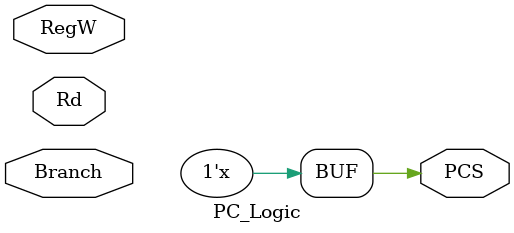
<source format=v>
module PC_Logic
(
    input wire [3:0] Rd,
    input wire Branch,
    input wire RegW,
    output reg PCS
);
    reg [3:0] Line = 4'b0000;

    always @(*)
    begin
        if (RegW & ~Branch)
        begin
            PCS = Rd[Line];
            Line = Line + 1;
        end
        else if (Branch)
            Line = 4'b0000;
    end

endmodule

</source>
